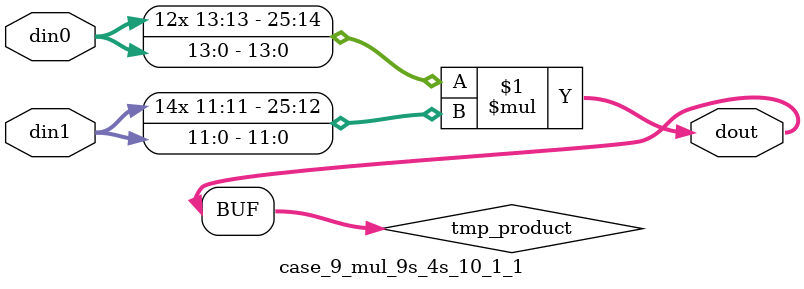
<source format=v>

`timescale 1 ns / 1 ps

 module case_9_mul_9s_4s_10_1_1(din0, din1, dout);
parameter ID = 1;
parameter NUM_STAGE = 0;
parameter din0_WIDTH = 14;
parameter din1_WIDTH = 12;
parameter dout_WIDTH = 26;

input [din0_WIDTH - 1 : 0] din0; 
input [din1_WIDTH - 1 : 0] din1; 
output [dout_WIDTH - 1 : 0] dout;

wire signed [dout_WIDTH - 1 : 0] tmp_product;



























assign tmp_product = $signed(din0) * $signed(din1);








assign dout = tmp_product;





















endmodule

</source>
